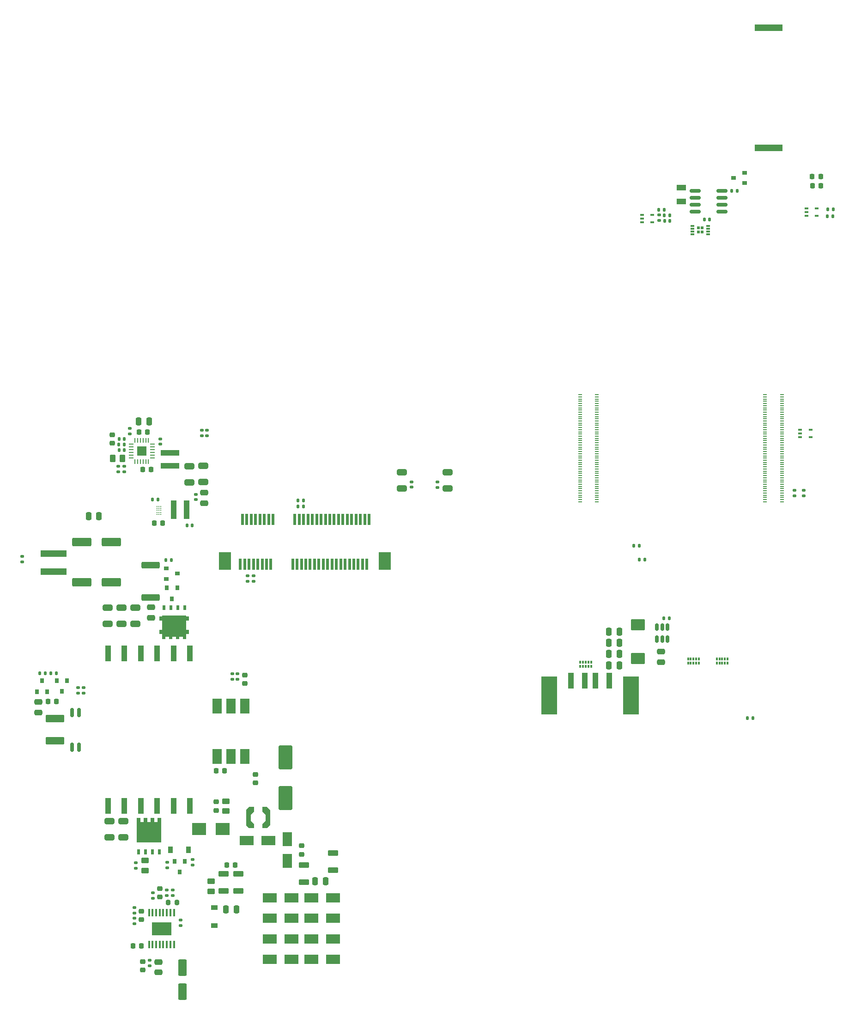
<source format=gbr>
G04 #@! TF.GenerationSoftware,KiCad,Pcbnew,5.99.0-unknown-04347bb33~104~ubuntu20.04.1*
G04 #@! TF.CreationDate,2020-11-12T20:03:56-06:00*
G04 #@! TF.ProjectId,AP3000,41503330-3030-42e6-9b69-6361645f7063,rev?*
G04 #@! TF.SameCoordinates,PX5cbc3c0PY3281b00*
G04 #@! TF.FileFunction,Paste,Top*
G04 #@! TF.FilePolarity,Positive*
%FSLAX46Y46*%
G04 Gerber Fmt 4.6, Leading zero omitted, Abs format (unit mm)*
G04 Created by KiCad (PCBNEW 5.99.0-unknown-04347bb33~104~ubuntu20.04.1) date 2020-11-12 20:03:56*
%MOMM*%
%LPD*%
G01*
G04 APERTURE LIST*
G04 Aperture macros list*
%AMRoundRect*
0 Rectangle with rounded corners*
0 $1 Rounding radius*
0 $2 $3 $4 $5 $6 $7 $8 $9 X,Y pos of 4 corners*
0 Add a 4 corners polygon primitive as box body*
4,1,4,$2,$3,$4,$5,$6,$7,$8,$9,$2,$3,0*
0 Add four circle primitives for the rounded corners*
1,1,$1+$1,$2,$3,0*
1,1,$1+$1,$4,$5,0*
1,1,$1+$1,$6,$7,0*
1,1,$1+$1,$8,$9,0*
0 Add four rect primitives between the rounded corners*
20,1,$1+$1,$2,$3,$4,$5,0*
20,1,$1+$1,$4,$5,$6,$7,0*
20,1,$1+$1,$6,$7,$8,$9,0*
20,1,$1+$1,$8,$9,$2,$3,0*%
G04 Aperture macros list end*
%ADD10C,0.010000*%
%ADD11C,0.204000*%
%ADD12R,0.500000X0.600000*%
%ADD13R,0.750000X0.300000*%
%ADD14R,3.550000X2.460000*%
%ADD15R,0.450000X1.475000*%
%ADD16RoundRect,0.140000X0.140000X0.170000X-0.140000X0.170000X-0.140000X-0.170000X0.140000X-0.170000X0*%
%ADD17R,1.100000X3.000000*%
%ADD18R,3.000000X7.000000*%
%ADD19R,0.600000X2.000000*%
%ADD20R,2.300000X3.200000*%
%ADD21RoundRect,0.135000X0.185000X-0.135000X0.185000X0.135000X-0.185000X0.135000X-0.185000X-0.135000X0*%
%ADD22RoundRect,0.225000X-0.225000X-0.250000X0.225000X-0.250000X0.225000X0.250000X-0.225000X0.250000X0*%
%ADD23RoundRect,0.135000X-0.135000X-0.185000X0.135000X-0.185000X0.135000X0.185000X-0.135000X0.185000X0*%
%ADD24RoundRect,0.135000X0.135000X0.185000X-0.135000X0.185000X-0.135000X-0.185000X0.135000X-0.185000X0*%
%ADD25RoundRect,0.250000X-1.025000X0.787500X-1.025000X-0.787500X1.025000X-0.787500X1.025000X0.787500X0*%
%ADD26R,2.500000X1.800000*%
%ADD27RoundRect,0.250000X-1.425000X0.362500X-1.425000X-0.362500X1.425000X-0.362500X1.425000X0.362500X0*%
%ADD28RoundRect,0.250000X0.650000X-0.325000X0.650000X0.325000X-0.650000X0.325000X-0.650000X-0.325000X0*%
%ADD29RoundRect,0.225000X0.250000X-0.225000X0.250000X0.225000X-0.250000X0.225000X-0.250000X-0.225000X0*%
%ADD30RoundRect,0.135000X-0.185000X0.135000X-0.185000X-0.135000X0.185000X-0.135000X0.185000X0.135000X0*%
%ADD31R,3.400000X0.980000*%
%ADD32RoundRect,0.150000X-0.150000X0.662500X-0.150000X-0.662500X0.150000X-0.662500X0.150000X0.662500X0*%
%ADD33R,0.900000X0.800000*%
%ADD34R,0.270000X0.860000*%
%ADD35R,0.860000X0.270000*%
%ADD36RoundRect,0.250000X-0.250000X-0.475000X0.250000X-0.475000X0.250000X0.475000X-0.250000X0.475000X0*%
%ADD37R,0.900000X1.200000*%
%ADD38RoundRect,0.250000X0.450000X-0.262500X0.450000X0.262500X-0.450000X0.262500X-0.450000X-0.262500X0*%
%ADD39RoundRect,0.250000X-0.475000X0.250000X-0.475000X-0.250000X0.475000X-0.250000X0.475000X0.250000X0*%
%ADD40R,0.800000X0.900000*%
%ADD41RoundRect,0.250000X-0.650000X0.325000X-0.650000X-0.325000X0.650000X-0.325000X0.650000X0.325000X0*%
%ADD42RoundRect,0.225000X0.225000X0.250000X-0.225000X0.250000X-0.225000X-0.250000X0.225000X-0.250000X0*%
%ADD43R,0.610000X0.917200*%
%ADD44RoundRect,0.250000X0.700000X-0.275000X0.700000X0.275000X-0.700000X0.275000X-0.700000X-0.275000X0*%
%ADD45R,0.300000X0.550000*%
%ADD46R,0.400000X0.550000*%
%ADD47R,1.800000X2.500000*%
%ADD48R,1.800000X1.000000*%
%ADD49RoundRect,0.225000X-0.250000X0.225000X-0.250000X-0.225000X0.250000X-0.225000X0.250000X0.225000X0*%
%ADD50RoundRect,0.250000X-0.262500X-0.450000X0.262500X-0.450000X0.262500X0.450000X-0.262500X0.450000X0*%
%ADD51RoundRect,0.250000X-1.500000X-0.550000X1.500000X-0.550000X1.500000X0.550000X-1.500000X0.550000X0*%
%ADD52RoundRect,0.140000X-0.170000X0.140000X-0.170000X-0.140000X0.170000X-0.140000X0.170000X0.140000X0*%
%ADD53R,2.500000X2.300000*%
%ADD54RoundRect,0.140000X0.170000X-0.140000X0.170000X0.140000X-0.170000X0.140000X-0.170000X-0.140000X0*%
%ADD55R,4.700000X1.200000*%
%ADD56RoundRect,0.250000X1.000000X-1.950000X1.000000X1.950000X-1.000000X1.950000X-1.000000X-1.950000X0*%
%ADD57RoundRect,0.140000X-0.140000X-0.170000X0.140000X-0.170000X0.140000X0.170000X-0.140000X0.170000X0*%
%ADD58RoundRect,0.250000X0.250000X0.475000X-0.250000X0.475000X-0.250000X-0.475000X0.250000X-0.475000X0*%
%ADD59RoundRect,0.249999X1.450001X-0.450001X1.450001X0.450001X-1.450001X0.450001X-1.450001X-0.450001X0*%
%ADD60RoundRect,0.150000X0.150000X-0.512500X0.150000X0.512500X-0.150000X0.512500X-0.150000X-0.512500X0*%
%ADD61RoundRect,0.250000X-0.450000X0.262500X-0.450000X-0.262500X0.450000X-0.262500X0.450000X0.262500X0*%
%ADD62R,0.700000X0.200000*%
%ADD63R,0.980000X3.400000*%
%ADD64R,0.620000X0.940000*%
%ADD65RoundRect,0.250000X0.475000X-0.250000X0.475000X0.250000X-0.475000X0.250000X-0.475000X-0.250000X0*%
%ADD66R,1.800000X2.800000*%
%ADD67RoundRect,0.250000X-0.550000X1.250000X-0.550000X-1.250000X0.550000X-1.250000X0.550000X1.250000X0*%
%ADD68R,1.200000X0.900000*%
%ADD69RoundRect,0.200000X0.200000X0.275000X-0.200000X0.275000X-0.200000X-0.275000X0.200000X-0.275000X0*%
%ADD70R,0.650000X0.400000*%
%ADD71R,1.000000X2.950000*%
%ADD72R,5.080000X1.270000*%
%ADD73RoundRect,0.150000X-0.825000X-0.150000X0.825000X-0.150000X0.825000X0.150000X-0.825000X0.150000X0*%
%ADD74RoundRect,0.218750X0.218750X0.256250X-0.218750X0.256250X-0.218750X-0.256250X0.218750X-0.256250X0*%
G04 APERTURE END LIST*
G36*
X-64515000Y-64730000D02*
G01*
X-66155000Y-64730000D01*
X-66155000Y-63090000D01*
X-64515000Y-63090000D01*
X-64515000Y-64730000D01*
G37*
D10*
X-64515000Y-64730000D02*
X-66155000Y-64730000D01*
X-66155000Y-63090000D01*
X-64515000Y-63090000D01*
X-64515000Y-64730000D01*
G36*
X-64454999Y-137777500D02*
G01*
X-64854999Y-137777500D01*
X-64854999Y-136952500D01*
X-64454999Y-136952500D01*
X-64454999Y-137777500D01*
G37*
X-64454999Y-137777500D02*
X-64854999Y-137777500D01*
X-64854999Y-136952500D01*
X-64454999Y-136952500D01*
X-64454999Y-137777500D01*
G36*
X-65724999Y-137777500D02*
G01*
X-66124999Y-137777500D01*
X-66124999Y-136952500D01*
X-65724999Y-136952500D01*
X-65724999Y-137777500D01*
G37*
X-65724999Y-137777500D02*
X-66124999Y-137777500D01*
X-66124999Y-136952500D01*
X-65724999Y-136952500D01*
X-65724999Y-137777500D01*
G36*
X-64119999Y-133675000D02*
G01*
X-65619999Y-133675000D01*
X-65619999Y-132175000D01*
X-64119999Y-132175000D01*
X-64119999Y-133675000D01*
G37*
X-64119999Y-133675000D02*
X-65619999Y-133675000D01*
X-65619999Y-132175000D01*
X-64119999Y-132175000D01*
X-64119999Y-133675000D01*
G36*
X-62419999Y-133675000D02*
G01*
X-63919999Y-133675000D01*
X-63919999Y-132175000D01*
X-62419999Y-132175000D01*
X-62419999Y-133675000D01*
G37*
X-62419999Y-133675000D02*
X-63919999Y-133675000D01*
X-63919999Y-132175000D01*
X-62419999Y-132175000D01*
X-62419999Y-133675000D01*
G36*
X-65674999Y-131975000D02*
G01*
X-66174999Y-131975000D01*
X-66174999Y-131225000D01*
X-65674999Y-131225000D01*
X-65674999Y-131975000D01*
G37*
X-65674999Y-131975000D02*
X-66174999Y-131975000D01*
X-66174999Y-131225000D01*
X-65674999Y-131225000D01*
X-65674999Y-131975000D01*
G36*
X-64119999Y-135375000D02*
G01*
X-65619999Y-135375000D01*
X-65619999Y-133875000D01*
X-64119999Y-133875000D01*
X-64119999Y-135375000D01*
G37*
X-64119999Y-135375000D02*
X-65619999Y-135375000D01*
X-65619999Y-133875000D01*
X-64119999Y-133875000D01*
X-64119999Y-135375000D01*
G36*
X-62419999Y-135375000D02*
G01*
X-63919999Y-135375000D01*
X-63919999Y-133875000D01*
X-62419999Y-133875000D01*
X-62419999Y-135375000D01*
G37*
X-62419999Y-135375000D02*
X-63919999Y-135375000D01*
X-63919999Y-133875000D01*
X-62419999Y-133875000D01*
X-62419999Y-135375000D01*
G36*
X-61864999Y-131975000D02*
G01*
X-62364999Y-131975000D01*
X-62364999Y-131225000D01*
X-61864999Y-131225000D01*
X-61864999Y-131975000D01*
G37*
X-61864999Y-131975000D02*
X-62364999Y-131975000D01*
X-62364999Y-131225000D01*
X-61864999Y-131225000D01*
X-61864999Y-131975000D01*
G36*
X-64404999Y-131975000D02*
G01*
X-64904999Y-131975000D01*
X-64904999Y-131225000D01*
X-64404999Y-131225000D01*
X-64404999Y-131975000D01*
G37*
X-64404999Y-131975000D02*
X-64904999Y-131975000D01*
X-64904999Y-131225000D01*
X-64404999Y-131225000D01*
X-64404999Y-131975000D01*
G36*
X-63134999Y-131975000D02*
G01*
X-63634999Y-131975000D01*
X-63634999Y-131225000D01*
X-63134999Y-131225000D01*
X-63134999Y-131975000D01*
G37*
X-63134999Y-131975000D02*
X-63634999Y-131975000D01*
X-63634999Y-131225000D01*
X-63134999Y-131225000D01*
X-63134999Y-131975000D01*
G36*
X-61914999Y-137777500D02*
G01*
X-62314999Y-137777500D01*
X-62314999Y-136952500D01*
X-61914999Y-136952500D01*
X-61914999Y-137777500D01*
G37*
X-61914999Y-137777500D02*
X-62314999Y-137777500D01*
X-62314999Y-136952500D01*
X-61914999Y-136952500D01*
X-61914999Y-137777500D01*
G36*
X-63184999Y-137777500D02*
G01*
X-63584999Y-137777500D01*
X-63584999Y-136952500D01*
X-63184999Y-136952500D01*
X-63184999Y-137777500D01*
G37*
X-63184999Y-137777500D02*
X-63584999Y-137777500D01*
X-63584999Y-136952500D01*
X-63184999Y-136952500D01*
X-63184999Y-137777500D01*
G36*
X-57830000Y-96995500D02*
G01*
X-60932110Y-96995500D01*
X-60932110Y-94594548D01*
X-57830000Y-94594548D01*
X-57830000Y-96995500D01*
G37*
X-57830000Y-96995500D02*
X-60932110Y-96995500D01*
X-60932110Y-94594548D01*
X-57830000Y-94594548D01*
X-57830000Y-96995500D01*
D11*
X-61835000Y-75500000D03*
X-62185000Y-75500000D03*
X-62535000Y-75500000D03*
X-61835000Y-75150000D03*
X-62185000Y-75150000D03*
X-62535000Y-75150000D03*
X-61835000Y-74800000D03*
X-62185000Y-74800000D03*
X-62535000Y-74800000D03*
X-61835000Y-74450000D03*
X-62185000Y-74450000D03*
X-62535000Y-74450000D03*
X-61835000Y-74100000D03*
X-62185000Y-74100000D03*
X-62535000Y-74100000D03*
D12*
X37395000Y-23815000D03*
X37395000Y-23065000D03*
X36745000Y-23815000D03*
X36745000Y-23065000D03*
D13*
X38520000Y-22690000D03*
X38520000Y-23190000D03*
X38520000Y-23690000D03*
X38520000Y-24190000D03*
X35620000Y-24190000D03*
X35620000Y-23690000D03*
X35620000Y-23190000D03*
X35620000Y-22690000D03*
D14*
X-61700000Y-151450000D03*
D15*
X-59425000Y-154388000D03*
X-60075000Y-154388000D03*
X-60725000Y-154388000D03*
X-61375000Y-154388000D03*
X-62025000Y-154388000D03*
X-62675000Y-154388000D03*
X-63325000Y-154388000D03*
X-63975000Y-154388000D03*
X-63975000Y-148512000D03*
X-63325000Y-148512000D03*
X-62675000Y-148512000D03*
X-62025000Y-148512000D03*
X-61375000Y-148512000D03*
X-60725000Y-148512000D03*
X-60075000Y-148512000D03*
X-59425000Y-148512000D03*
D16*
X37780000Y-21520000D03*
X38740000Y-21520000D03*
D17*
X20359799Y-106043800D03*
X17859799Y-106043800D03*
X15859799Y-106043800D03*
X13359799Y-106043800D03*
D18*
X24359799Y-108743800D03*
X9359799Y-108743800D03*
D19*
X-47250000Y-84650000D03*
X-46850000Y-76450000D03*
X-46450000Y-84650000D03*
X-46050000Y-76450000D03*
X-45650000Y-84650000D03*
X-45250000Y-76450000D03*
X-44850000Y-84650000D03*
X-44450000Y-76450000D03*
X-44050000Y-84650000D03*
X-43650000Y-76450000D03*
X-43250000Y-84650000D03*
X-42850000Y-76450000D03*
X-42450000Y-84650000D03*
X-42050000Y-76450000D03*
X-41650000Y-84650000D03*
X-41250000Y-76450000D03*
X-37650000Y-84650000D03*
X-37250000Y-76450000D03*
X-36850000Y-84650000D03*
X-36450000Y-76450000D03*
X-36050000Y-84650000D03*
X-35650000Y-76450000D03*
X-35250000Y-84650000D03*
X-34850000Y-76450000D03*
X-34450000Y-84650000D03*
X-34050000Y-76450000D03*
X-33650000Y-84650000D03*
X-33250000Y-76450000D03*
X-32850000Y-84650000D03*
X-32450000Y-76450000D03*
X-32050000Y-84650000D03*
X-31650000Y-76450000D03*
X-31250000Y-84650000D03*
X-30850000Y-76450000D03*
X-30450000Y-84650000D03*
X-30050000Y-76450000D03*
X-29650000Y-84650000D03*
X-29250000Y-76450000D03*
X-28850000Y-84650000D03*
X-28450000Y-76450000D03*
X-28050000Y-84650000D03*
X-27650000Y-76450000D03*
X-27250000Y-84650000D03*
X-26850000Y-76450000D03*
X-26450000Y-84650000D03*
X-26050000Y-76450000D03*
X-25650000Y-84650000D03*
X-25250000Y-76450000D03*
X-24850000Y-84650000D03*
X-24450000Y-76450000D03*
X-24050000Y-84650000D03*
X-23650000Y-76450000D03*
D20*
X-20800000Y-84050000D03*
X-50100000Y-84050000D03*
D21*
X-60699999Y-145375000D03*
X-60699999Y-144355000D03*
D22*
X-65155000Y-67330001D03*
X-63605000Y-67330001D03*
D23*
X-81970000Y-104670000D03*
X-80950000Y-104670000D03*
D21*
X-67475000Y-60775000D03*
X-67475000Y-59755000D03*
D22*
X-66925000Y-154650000D03*
X-65375000Y-154650000D03*
D24*
X31490000Y-20710000D03*
X30470000Y-20710000D03*
D25*
X25630000Y-95757500D03*
X25630000Y-101982500D03*
D21*
X-60658000Y-140280000D03*
X-60658000Y-139260000D03*
X-63875000Y-158270000D03*
X-63875000Y-157250000D03*
D16*
X-56060000Y-77600000D03*
X-57020000Y-77600000D03*
D26*
X-42120000Y-135280000D03*
X-46120000Y-135280000D03*
D27*
X-63706000Y-84850001D03*
X-63706000Y-90775001D03*
D28*
X-71580000Y-95595000D03*
X-71580000Y-92645000D03*
D29*
X-46450001Y-106550001D03*
X-46450001Y-105000001D03*
D30*
X-69635000Y-66755000D03*
X-69635000Y-67775000D03*
D23*
X-83998000Y-104670000D03*
X-82978000Y-104670000D03*
D31*
X-60135000Y-64255000D03*
X-60135000Y-66625000D03*
D32*
X-76787000Y-111812500D03*
X-78057000Y-111812500D03*
X-78057000Y-118187500D03*
X-76787000Y-118187500D03*
D33*
X45140000Y-14840000D03*
X45140000Y-12940000D03*
X43140000Y-13890000D03*
D21*
X-66400000Y-140360000D03*
X-66400000Y-139340000D03*
D34*
X-66585000Y-65845000D03*
X-66085000Y-65845000D03*
X-65585000Y-65845000D03*
X-65085000Y-65845000D03*
X-64585000Y-65845000D03*
X-64085000Y-65845000D03*
D35*
X-63400000Y-65160000D03*
X-63400000Y-64660000D03*
X-63400000Y-64160000D03*
X-63400000Y-63660000D03*
X-63400000Y-63160000D03*
X-63400000Y-62660000D03*
D34*
X-64085000Y-61975000D03*
X-64585000Y-61975000D03*
X-65085000Y-61975000D03*
X-65585000Y-61975000D03*
X-66085000Y-61975000D03*
X-66585000Y-61975000D03*
D35*
X-67270000Y-62660000D03*
X-67270000Y-63160000D03*
X-67270000Y-63660000D03*
X-67270000Y-64160000D03*
X-67270000Y-64660000D03*
X-67270000Y-65160000D03*
D26*
X-37890000Y-157050000D03*
X-41890000Y-157050000D03*
D24*
X-68512500Y-62740000D03*
X-69532500Y-62740000D03*
D36*
X20300000Y-101131112D03*
X22200000Y-101131112D03*
D37*
X-60050000Y-137000000D03*
X-56750000Y-137000000D03*
D33*
X-60825000Y-85450000D03*
X-60825000Y-87350000D03*
X-58825000Y-86400000D03*
D26*
X-37890000Y-145780000D03*
X-41890000Y-145780000D03*
D29*
X-61999999Y-145625000D03*
X-61999999Y-144075000D03*
D38*
X-52600000Y-144587500D03*
X-52600000Y-142762500D03*
D16*
X-68522500Y-63785000D03*
X-69482500Y-63785000D03*
D39*
X29829799Y-100683799D03*
X29829799Y-102583799D03*
D40*
X-79012000Y-105988000D03*
X-80912000Y-105988000D03*
X-79962000Y-107988000D03*
D26*
X-37890000Y-149530000D03*
X-41890000Y-149530000D03*
D21*
X-56000000Y-139820000D03*
X-56000000Y-138800000D03*
D30*
X-44850000Y-86775000D03*
X-44850000Y-87795000D03*
D41*
X-56610000Y-66700000D03*
X-56610000Y-69650000D03*
D24*
X61430000Y-19650000D03*
X60410000Y-19650000D03*
D42*
X-48175000Y-139825000D03*
X-49725000Y-139825000D03*
D40*
X-84534000Y-108004000D03*
X-82634000Y-108004000D03*
X-83584000Y-106004000D03*
G36*
X-66208535Y-131161464D02*
G01*
X-66204999Y-131160000D01*
X-65604999Y-131160000D01*
X-65601463Y-131161464D01*
X-65599999Y-131165000D01*
X-65599999Y-131960000D01*
X-64939999Y-131960000D01*
X-64939999Y-131165000D01*
X-64938535Y-131161464D01*
X-64934999Y-131160000D01*
X-64334999Y-131160000D01*
X-64331463Y-131161464D01*
X-64329999Y-131165000D01*
X-64329999Y-131960000D01*
X-63669999Y-131960000D01*
X-63669998Y-131165000D01*
X-63668534Y-131161464D01*
X-63664998Y-131160000D01*
X-63064998Y-131160000D01*
X-63061462Y-131161464D01*
X-63059998Y-131165000D01*
X-63059998Y-131960000D01*
X-62399998Y-131960000D01*
X-62399998Y-131150000D01*
X-61790199Y-131150000D01*
X-61790199Y-131164517D01*
X-61789999Y-131165000D01*
X-61790000Y-135620000D01*
X-61790200Y-135620483D01*
X-61790200Y-135630000D01*
X-62399999Y-135630000D01*
X-62399999Y-135625000D01*
X-66204997Y-135624998D01*
X-66204999Y-135624999D01*
X-66208535Y-135623535D01*
X-66209999Y-135619999D01*
X-66209999Y-131165000D01*
X-66208535Y-131161464D01*
G37*
D43*
X-63364799Y-131617200D03*
X-64634799Y-131617200D03*
X-65904799Y-131617200D03*
D39*
X-62300000Y-157550000D03*
X-62300000Y-159450000D03*
D44*
X-30290000Y-140760000D03*
X-30290000Y-137610000D03*
D45*
X42070000Y-101995000D03*
X41570000Y-101995000D03*
D46*
X41070000Y-101995000D03*
D45*
X40570000Y-101995000D03*
X40070000Y-101995000D03*
X40070000Y-102765000D03*
X40570000Y-102765000D03*
D46*
X41070000Y-102765000D03*
D45*
X41570000Y-102765000D03*
X42070000Y-102765000D03*
D21*
X29482499Y-21714998D03*
X29482499Y-20694998D03*
D47*
X-38650000Y-135020000D03*
X-38650000Y-139020000D03*
D36*
X20300000Y-96993334D03*
X22200000Y-96993334D03*
D21*
X-66700000Y-150555000D03*
X-66700000Y-149535000D03*
D48*
X33550001Y-18174999D03*
X33550001Y-15674999D03*
D24*
X-35685000Y-74050000D03*
X-36705000Y-74050000D03*
D49*
X-51700000Y-128225000D03*
X-51700000Y-129775000D03*
D26*
X-30250800Y-145780000D03*
X-34250800Y-145780000D03*
D50*
X-70685000Y-65285000D03*
X-68860000Y-65285000D03*
D51*
X-76312000Y-87954000D03*
X-70912000Y-87954000D03*
D23*
X-36700000Y-73000000D03*
X-35680000Y-73000000D03*
D52*
X-61935000Y-61725000D03*
X-61935000Y-62685000D03*
D21*
X-63300000Y-145920000D03*
X-63300000Y-144900000D03*
D53*
X-50500000Y-133200000D03*
X-54800000Y-133200000D03*
D54*
X-55410000Y-72810000D03*
X-55410000Y-71850000D03*
D55*
X-81486000Y-86013999D03*
X-81486000Y-82703999D03*
D24*
X26926000Y-83820000D03*
X25906000Y-83820000D03*
D22*
X-63060000Y-77125000D03*
X-61510000Y-77125000D03*
D36*
X20300000Y-103208334D03*
X22200000Y-103200000D03*
D56*
X-39000000Y-127500000D03*
X-39000000Y-120100000D03*
D57*
X30500000Y-21790000D03*
X31460000Y-21790000D03*
D30*
X-59649999Y-144365000D03*
X-59649999Y-145385000D03*
D54*
X-54310000Y-61110000D03*
X-54310000Y-60150000D03*
D21*
X56000000Y-72170000D03*
X56000000Y-71150000D03*
D58*
X-31630001Y-142790000D03*
X-33530001Y-142790000D03*
D44*
X-35600000Y-142900000D03*
X-35600000Y-139750000D03*
D49*
X-65150000Y-157500000D03*
X-65150000Y-159050000D03*
D59*
X-81232000Y-117050000D03*
X-81232000Y-112950000D03*
D23*
X24880000Y-81288000D03*
X25900000Y-81288000D03*
D29*
X-70765000Y-62509999D03*
X-70765000Y-60959999D03*
D28*
X-9300000Y-70805000D03*
X-9300000Y-67855000D03*
D30*
X-66700000Y-147565000D03*
X-66700000Y-148585000D03*
D49*
X-36020000Y-136270000D03*
X-36020000Y-137820000D03*
D57*
X42840000Y-16280000D03*
X43800000Y-16280000D03*
D21*
X-87250000Y-84250000D03*
X-87250000Y-83230000D03*
D42*
X-80965000Y-109798000D03*
X-82515000Y-109798000D03*
D54*
X-53335000Y-61110000D03*
X-53335000Y-60150000D03*
D58*
X-47990000Y-147890000D03*
X-49890000Y-147890000D03*
D28*
X-66500000Y-95595000D03*
X-66500000Y-92645000D03*
D30*
X-45900000Y-86770000D03*
X-45900000Y-87790000D03*
D26*
X-30250800Y-153319999D03*
X-34250800Y-153319999D03*
D30*
X-48750000Y-104750000D03*
X-48750000Y-105770000D03*
G36*
X-43234999Y-132274999D02*
G01*
X-42654999Y-131680000D01*
X-42654998Y-130530000D01*
X-43234998Y-129935000D01*
X-43234998Y-129160000D01*
X-42344998Y-129160000D01*
X-41784999Y-129710000D01*
X-41785000Y-132500000D01*
X-42344999Y-133050000D01*
X-43234999Y-133049999D01*
X-43234999Y-132274999D01*
G37*
G36*
X-46184999Y-132500000D02*
G01*
X-46184998Y-129710000D01*
X-45624999Y-129160000D01*
X-44734999Y-129160001D01*
X-44734999Y-129935001D01*
X-45314999Y-130530000D01*
X-45315000Y-131680000D01*
X-44735000Y-132275000D01*
X-44735000Y-133050000D01*
X-45625000Y-133050000D01*
X-46184999Y-132500000D01*
G37*
D60*
X29134799Y-98431300D03*
X30084799Y-98431300D03*
X31034799Y-98431300D03*
X31034799Y-96156300D03*
X30084799Y-96156300D03*
X29134799Y-96156300D03*
D61*
X-49900000Y-128087500D03*
X-49900000Y-129912500D03*
D54*
X-11100000Y-70580000D03*
X-11100000Y-69620000D03*
D42*
X-50125000Y-122500000D03*
X-51675000Y-122500000D03*
D62*
X52000000Y-73225000D03*
X48920000Y-73225000D03*
X52000000Y-72825000D03*
X48920000Y-72825000D03*
X52000000Y-72425000D03*
X48920000Y-72425000D03*
X52000000Y-72025000D03*
X48920000Y-72025000D03*
X52000000Y-71625000D03*
X48920000Y-71625000D03*
X52000000Y-71225000D03*
X48920000Y-71225000D03*
X52000000Y-70825000D03*
X48920000Y-70825000D03*
X52000000Y-70425000D03*
X48920000Y-70425000D03*
X52000000Y-70025000D03*
X48920000Y-70025000D03*
X52000000Y-69625000D03*
X48920000Y-69625000D03*
X52000000Y-69225000D03*
X48920000Y-69225000D03*
X52000000Y-68825000D03*
X48920000Y-68825000D03*
X52000000Y-68425000D03*
X48920000Y-68425000D03*
X52000000Y-68025000D03*
X48920000Y-68025000D03*
X52000000Y-67625000D03*
X48920000Y-67625000D03*
X52000000Y-67225000D03*
X48920000Y-67225000D03*
X52000000Y-66825000D03*
X48920000Y-66825000D03*
X52000000Y-66425000D03*
X48920000Y-66425000D03*
X52000000Y-66025000D03*
X48920000Y-66025000D03*
X52000000Y-65625000D03*
X48920000Y-65625000D03*
X52000000Y-65225000D03*
X48920000Y-65225000D03*
X52000000Y-64825000D03*
X48920000Y-64825000D03*
X52000000Y-64425000D03*
X48920000Y-64425000D03*
X52000000Y-64025000D03*
X48920000Y-64025000D03*
X52000000Y-63625000D03*
X48920000Y-63625000D03*
X52000000Y-63225000D03*
X48920000Y-63225000D03*
X52000000Y-62825000D03*
X48920000Y-62825000D03*
X52000000Y-62425000D03*
X48920000Y-62425000D03*
X52000000Y-62025000D03*
X48920000Y-62025000D03*
X52000000Y-61625000D03*
X48920000Y-61625000D03*
X52000000Y-61225000D03*
X48920000Y-61225000D03*
X52000000Y-60825000D03*
X48920000Y-60825000D03*
X52000000Y-60425000D03*
X48920000Y-60425000D03*
X52000000Y-60025000D03*
X48920000Y-60025000D03*
X52000000Y-59625000D03*
X48920000Y-59625000D03*
X52000000Y-59225000D03*
X48920000Y-59225000D03*
X52000000Y-58825000D03*
X48920000Y-58825000D03*
X52000000Y-58425000D03*
X48920000Y-58425000D03*
X52000000Y-58025000D03*
X48920000Y-58025000D03*
X52000000Y-57625000D03*
X48920000Y-57625000D03*
X52000000Y-57225000D03*
X48920000Y-57225000D03*
X52000000Y-56825000D03*
X48920000Y-56825000D03*
X52000000Y-56425000D03*
X48920000Y-56425000D03*
X52000000Y-56025000D03*
X48920000Y-56025000D03*
X52000000Y-55625000D03*
X48920000Y-55625000D03*
X52000000Y-55225000D03*
X48920000Y-55225000D03*
X52000000Y-54825000D03*
X48920000Y-54825000D03*
X52000000Y-54425000D03*
X48920000Y-54425000D03*
X52000000Y-54025000D03*
X48920000Y-54025000D03*
X52000000Y-53625000D03*
X48920000Y-53625000D03*
X18080000Y-73225000D03*
X15000000Y-73225000D03*
X18080000Y-72825000D03*
X15000000Y-72825000D03*
X18080000Y-72425000D03*
X15000000Y-72425000D03*
X18080000Y-72025000D03*
X15000000Y-72025000D03*
X18080000Y-71625000D03*
X15000000Y-71625000D03*
X18080000Y-71225000D03*
X15000000Y-71225000D03*
X18080000Y-70825000D03*
X15000000Y-70825000D03*
X18080000Y-70425000D03*
X15000000Y-70425000D03*
X18080000Y-70025000D03*
X15000000Y-70025000D03*
X18080000Y-69625000D03*
X15000000Y-69625000D03*
X18080000Y-69225000D03*
X15000000Y-69225000D03*
X18080000Y-68825000D03*
X15000000Y-68825000D03*
X18080000Y-68425000D03*
X15000000Y-68425000D03*
X18080000Y-68025000D03*
X15000000Y-68025000D03*
X18080000Y-67625000D03*
X15000000Y-67625000D03*
X18080000Y-67225000D03*
X15000000Y-67225000D03*
X18080000Y-66825000D03*
X15000000Y-66825000D03*
X18080000Y-66425000D03*
X15000000Y-66425000D03*
X18080000Y-66025000D03*
X15000000Y-66025000D03*
X18080000Y-65625000D03*
X15000000Y-65625000D03*
X18080000Y-65225000D03*
X15000000Y-65225000D03*
X18080000Y-64825000D03*
X15000000Y-64825000D03*
X18080000Y-64425000D03*
X15000000Y-64425000D03*
X18080000Y-64025000D03*
X15000000Y-64025000D03*
X18080000Y-63625000D03*
X15000000Y-63625000D03*
X18080000Y-63225000D03*
X15000000Y-63225000D03*
X18080000Y-62825000D03*
X15000000Y-62825000D03*
X18080000Y-62425000D03*
X15000000Y-62425000D03*
X18080000Y-62025000D03*
X15000000Y-62025000D03*
X18080000Y-61625000D03*
X15000000Y-61625000D03*
X18080000Y-61225000D03*
X15000000Y-61225000D03*
X18080000Y-60825000D03*
X15000000Y-60825000D03*
X18080000Y-60425000D03*
X15000000Y-60425000D03*
X18080000Y-60025000D03*
X15000000Y-60025000D03*
X18080000Y-59625000D03*
X15000000Y-59625000D03*
X18080000Y-59225000D03*
X15000000Y-59225000D03*
X18080000Y-58825000D03*
X15000000Y-58825000D03*
X18080000Y-58425000D03*
X15000000Y-58425000D03*
X18080000Y-58025000D03*
X15000000Y-58025000D03*
X18080000Y-57625000D03*
X15000000Y-57625000D03*
X18080000Y-57225000D03*
X15000000Y-57225000D03*
X18080000Y-56825000D03*
X15000000Y-56825000D03*
X18080000Y-56425000D03*
X15000000Y-56425000D03*
X18080000Y-56025000D03*
X15000000Y-56025000D03*
X18080000Y-55625000D03*
X15000000Y-55625000D03*
X18080000Y-55225000D03*
X15000000Y-55225000D03*
X18080000Y-54825000D03*
X15000000Y-54825000D03*
X18080000Y-54425000D03*
X15000000Y-54425000D03*
X18080000Y-54025000D03*
X15000000Y-54025000D03*
X18080000Y-53625000D03*
X15000000Y-53625000D03*
D63*
X-59445000Y-74700000D03*
X-57075000Y-74700000D03*
D40*
X-58825000Y-89025000D03*
X-60725000Y-89025000D03*
X-59775000Y-91025000D03*
D57*
X29450000Y-19700000D03*
X30410000Y-19700000D03*
D45*
X36810000Y-101990000D03*
X36310000Y-101990000D03*
D46*
X35810000Y-101990000D03*
D45*
X35310000Y-101990000D03*
X34810000Y-101990000D03*
X34810000Y-102760000D03*
X35310000Y-102760000D03*
D46*
X35810000Y-102760000D03*
D45*
X36310000Y-102760000D03*
X36810000Y-102760000D03*
D36*
X20300000Y-99028891D03*
X22200000Y-99062224D03*
X-65885000Y-58500000D03*
X-63985000Y-58500000D03*
D28*
X-17675000Y-70755000D03*
X-17675000Y-67805000D03*
D41*
X-68700000Y-131725000D03*
X-68700000Y-134675000D03*
D30*
X-58200000Y-149850000D03*
X-58200000Y-150870000D03*
D64*
X-57475000Y-92640500D03*
X-58745000Y-92640500D03*
X-60015000Y-92640500D03*
X-61285000Y-92640500D03*
G36*
X-56704646Y-95040855D02*
G01*
X-56705000Y-95041001D01*
X-57174500Y-95041001D01*
X-57174500Y-96690001D01*
X-56705002Y-96690002D01*
X-56705000Y-96690001D01*
X-56704646Y-96690147D01*
X-56704500Y-96690501D01*
X-56704500Y-97490501D01*
X-56704646Y-97490855D01*
X-56705000Y-97491001D01*
X-57174500Y-97491001D01*
X-57174500Y-98415500D01*
X-57174646Y-98415854D01*
X-57175000Y-98416000D01*
X-57780000Y-98416000D01*
X-57780354Y-98415854D01*
X-57780500Y-98415500D01*
X-57780500Y-97951000D01*
X-58439500Y-97951000D01*
X-58439500Y-98415500D01*
X-58439646Y-98415854D01*
X-58440000Y-98416000D01*
X-59050000Y-98416000D01*
X-59050354Y-98415854D01*
X-59050500Y-98415500D01*
X-59050500Y-97951000D01*
X-59709500Y-97951000D01*
X-59709500Y-98415500D01*
X-59709646Y-98415854D01*
X-59710000Y-98416000D01*
X-60320001Y-98416000D01*
X-60320355Y-98415854D01*
X-60320501Y-98415500D01*
X-60320500Y-97951000D01*
X-60975000Y-97951000D01*
X-60975001Y-98420500D01*
X-61595000Y-98420499D01*
X-61594999Y-97491000D01*
X-62054999Y-97491000D01*
X-62055353Y-97490854D01*
X-62055499Y-97490500D01*
X-62055499Y-96690500D01*
X-62055353Y-96690146D01*
X-62054999Y-96690000D01*
X-61585499Y-96690001D01*
X-61585499Y-95041000D01*
X-62054999Y-95041000D01*
X-62055353Y-95040854D01*
X-62055499Y-95040500D01*
X-62055499Y-94240500D01*
X-62055353Y-94240146D01*
X-62054999Y-94240000D01*
X-61585499Y-94240001D01*
X-61585499Y-94090500D01*
X-61585353Y-94090146D01*
X-61584999Y-94090000D01*
X-57175002Y-94090002D01*
X-57175000Y-94090001D01*
X-57174646Y-94090147D01*
X-57174500Y-94090501D01*
X-57174500Y-94240001D01*
X-56705002Y-94240002D01*
X-56705000Y-94240001D01*
X-56704646Y-94240147D01*
X-56704500Y-94240501D01*
X-56704500Y-95040501D01*
X-56704646Y-95040855D01*
G37*
X-60015000Y-97950500D03*
X-58745000Y-97950500D03*
X-57475000Y-97950500D03*
D54*
X-15900000Y-70540000D03*
X-15900000Y-69580000D03*
D39*
X-84280000Y-109926000D03*
X-84280000Y-111826000D03*
D21*
X-76010000Y-108270000D03*
X-76010000Y-107250000D03*
D65*
X-63625000Y-94470000D03*
X-63625000Y-92570000D03*
D21*
X-77026000Y-108270000D03*
X-77026000Y-107250000D03*
D36*
X-75075000Y-75875000D03*
X-73175000Y-75875000D03*
D29*
X-65400000Y-149800000D03*
X-65400000Y-148250000D03*
D66*
X-46460000Y-110662500D03*
X-49000000Y-110662500D03*
X-51540000Y-110662500D03*
X-51540000Y-119862500D03*
X-49000000Y-119862500D03*
X-46460000Y-119862500D03*
D67*
X-57900000Y-158550000D03*
X-57900000Y-162950000D03*
D45*
X15070000Y-103405000D03*
X15570000Y-103405000D03*
D46*
X16070000Y-103405000D03*
D45*
X16570000Y-103405000D03*
X17070000Y-103405000D03*
X17070000Y-102635000D03*
X16570000Y-102635000D03*
D46*
X16070000Y-102635000D03*
D45*
X15570000Y-102635000D03*
X15070000Y-102635000D03*
D23*
X30330000Y-94600000D03*
X31350000Y-94600000D03*
D68*
X-52000000Y-150900000D03*
X-52000000Y-147600000D03*
D22*
X-65860000Y-60450000D03*
X-64310000Y-60450000D03*
D51*
X-76312000Y-80588000D03*
X-70912000Y-80588000D03*
D44*
X-50300000Y-144575000D03*
X-50300000Y-141425000D03*
D69*
X-58850000Y-146650000D03*
X-60500000Y-146650000D03*
D65*
X-53910000Y-73475000D03*
X-53910000Y-71575000D03*
D23*
X-63370000Y-72850000D03*
X-62350000Y-72850000D03*
D26*
X-37890000Y-153319999D03*
X-41890000Y-153319999D03*
D21*
X-47750000Y-105750000D03*
X-47750000Y-104730000D03*
D70*
X55350000Y-60070000D03*
X55350000Y-60720000D03*
X55350000Y-61370000D03*
X57250000Y-61370000D03*
X57250000Y-60070000D03*
D71*
X-71500000Y-128975000D03*
X-68500000Y-128975000D03*
X-65500000Y-128975000D03*
X-62500000Y-128975000D03*
X-59500000Y-128975000D03*
X-56500000Y-128975000D03*
X-56500000Y-101025000D03*
X-59500000Y-101025000D03*
X-62500000Y-101025000D03*
X-65500000Y-101025000D03*
X-68500000Y-101025000D03*
X-71500000Y-101025000D03*
D72*
X49550000Y-8385000D03*
X49550000Y13585000D03*
D38*
X-64750000Y-140800000D03*
X-64750000Y-138975000D03*
D26*
X-30250800Y-157050000D03*
X-34250800Y-157050000D03*
D28*
X-69040000Y-95595000D03*
X-69040000Y-92645000D03*
D57*
X45703450Y-112880000D03*
X46663450Y-112880000D03*
X-69490000Y-61700000D03*
X-68530000Y-61700000D03*
D73*
X36095000Y-16305000D03*
X36095000Y-17575000D03*
X36095000Y-18845000D03*
X36095000Y-20115000D03*
X41045000Y-20115000D03*
X41045000Y-18845000D03*
X41045000Y-17575000D03*
X41045000Y-16305000D03*
D29*
X-44500000Y-124750000D03*
X-44500000Y-123200000D03*
D70*
X56525000Y-19500000D03*
X56525000Y-20150000D03*
X56525000Y-20800000D03*
X58425000Y-20800000D03*
X58425000Y-19500000D03*
D44*
X-47600000Y-144575000D03*
X-47600000Y-141425000D03*
D24*
X61385000Y-20900000D03*
X60365000Y-20900000D03*
D40*
X-57400000Y-139075000D03*
X-59300000Y-139075000D03*
X-58350000Y-141075000D03*
D41*
X-71200000Y-131750000D03*
X-71200000Y-134700000D03*
D70*
X26360000Y-20680000D03*
X26360000Y-21330000D03*
X26360000Y-21980000D03*
X28260000Y-21980000D03*
X28260000Y-20680000D03*
D74*
X59170000Y-15370000D03*
X57595000Y-15370000D03*
D21*
X54320000Y-72180000D03*
X54320000Y-71160000D03*
D30*
X-68562500Y-66755000D03*
X-68562500Y-67775000D03*
D23*
X-60916000Y-83890000D03*
X-59896000Y-83890000D03*
D26*
X-30250800Y-149530000D03*
X-34250800Y-149530000D03*
D74*
X59157500Y-13610000D03*
X57582500Y-13610000D03*
D41*
X-54060000Y-66675000D03*
X-54060000Y-69625000D03*
M02*

</source>
